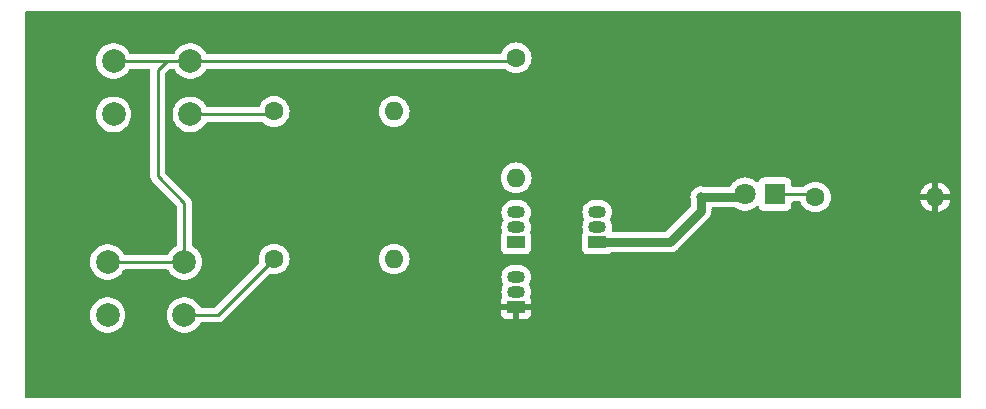
<source format=gtl>
G04 #@! TF.GenerationSoftware,KiCad,Pcbnew,7.0.8*
G04 #@! TF.CreationDate,2023-12-22T21:50:32-07:00*
G04 #@! TF.ProjectId,Sandbox,53616e64-626f-4782-9e6b-696361645f70,rev?*
G04 #@! TF.SameCoordinates,Original*
G04 #@! TF.FileFunction,Copper,L1,Top*
G04 #@! TF.FilePolarity,Positive*
%FSLAX46Y46*%
G04 Gerber Fmt 4.6, Leading zero omitted, Abs format (unit mm)*
G04 Created by KiCad (PCBNEW 7.0.8) date 2023-12-22 21:50:32*
%MOMM*%
%LPD*%
G01*
G04 APERTURE LIST*
G04 #@! TA.AperFunction,ComponentPad*
%ADD10R,1.500000X1.050000*%
G04 #@! TD*
G04 #@! TA.AperFunction,ComponentPad*
%ADD11O,1.500000X1.050000*%
G04 #@! TD*
G04 #@! TA.AperFunction,ComponentPad*
%ADD12C,2.000000*%
G04 #@! TD*
G04 #@! TA.AperFunction,ComponentPad*
%ADD13C,1.600000*%
G04 #@! TD*
G04 #@! TA.AperFunction,ComponentPad*
%ADD14O,1.600000X1.600000*%
G04 #@! TD*
G04 #@! TA.AperFunction,ComponentPad*
%ADD15R,1.800000X1.800000*%
G04 #@! TD*
G04 #@! TA.AperFunction,ComponentPad*
%ADD16C,1.800000*%
G04 #@! TD*
G04 #@! TA.AperFunction,ViaPad*
%ADD17C,0.800000*%
G04 #@! TD*
G04 #@! TA.AperFunction,Conductor*
%ADD18C,0.250000*%
G04 #@! TD*
G04 #@! TA.AperFunction,Conductor*
%ADD19C,0.750000*%
G04 #@! TD*
G04 APERTURE END LIST*
D10*
X700335000Y-449840000D03*
D11*
X700335000Y-448570000D03*
X700335000Y-447300000D03*
D12*
X666250000Y-434500000D03*
X672750000Y-434500000D03*
X666250000Y-439000000D03*
X672750000Y-439000000D03*
D13*
X700335000Y-434220000D03*
D14*
X700335000Y-444380000D03*
D12*
X665750000Y-451500000D03*
X672250000Y-451500000D03*
X665750000Y-456000000D03*
X672250000Y-456000000D03*
D13*
X679845001Y-451250000D03*
D14*
X690005001Y-451250000D03*
D13*
X725670000Y-446000000D03*
D14*
X735830000Y-446000000D03*
D13*
X679845001Y-438750001D03*
D14*
X690005001Y-438750001D03*
D10*
X700335000Y-455320000D03*
D11*
X700335000Y-454050000D03*
X700335000Y-452780000D03*
D15*
X722250000Y-445750000D03*
D16*
X719710000Y-445750000D03*
D10*
X707195000Y-449820000D03*
D11*
X707195000Y-448550000D03*
X707195000Y-447280000D03*
D17*
X716000000Y-446000000D03*
D18*
X672750000Y-434500000D02*
X700115000Y-434500000D01*
X665750000Y-451500000D02*
X672250000Y-451500000D01*
X672250000Y-446500000D02*
X670000000Y-444250000D01*
X666250000Y-434500000D02*
X672750000Y-434500000D01*
X700115000Y-434000000D02*
X700335000Y-434220000D01*
X670750000Y-434500000D02*
X672750000Y-434500000D01*
X670250000Y-444500000D02*
X670000000Y-444250000D01*
X672250000Y-451500000D02*
X672250000Y-446500000D01*
X670000000Y-444250000D02*
X670000000Y-435250000D01*
X670000000Y-435250000D02*
X670750000Y-434500000D01*
X725420000Y-445750000D02*
X725670000Y-446000000D01*
X722250000Y-445750000D02*
X725420000Y-445750000D01*
D19*
X719460000Y-446000000D02*
X719710000Y-445750000D01*
X713355000Y-449820000D02*
X707195000Y-449820000D01*
X716000000Y-447175000D02*
X713355000Y-449820000D01*
X716000000Y-446000000D02*
X716000000Y-447175000D01*
X716000000Y-446000000D02*
X719460000Y-446000000D01*
D18*
X679595000Y-438500000D02*
X679845001Y-438750001D01*
X672750000Y-439000000D02*
X679595000Y-439000000D01*
X675095001Y-456000000D02*
X679845001Y-451250000D01*
X672250000Y-456000000D02*
X675095001Y-456000000D01*
G04 #@! TA.AperFunction,Conductor*
G36*
X737942539Y-430270185D02*
G01*
X737988294Y-430322989D01*
X737999500Y-430374500D01*
X737999500Y-462875500D01*
X737979815Y-462942539D01*
X737927011Y-462988294D01*
X737875500Y-462999500D01*
X658874500Y-462999500D01*
X658807461Y-462979815D01*
X658761706Y-462927011D01*
X658750500Y-462875500D01*
X658750500Y-456000005D01*
X664244357Y-456000005D01*
X664264890Y-456247812D01*
X664264892Y-456247824D01*
X664325936Y-456488881D01*
X664425826Y-456716606D01*
X664561833Y-456924782D01*
X664561836Y-456924785D01*
X664730256Y-457107738D01*
X664926491Y-457260474D01*
X665145190Y-457378828D01*
X665380386Y-457459571D01*
X665625665Y-457500500D01*
X665874335Y-457500500D01*
X666119614Y-457459571D01*
X666354810Y-457378828D01*
X666573509Y-457260474D01*
X666769744Y-457107738D01*
X666938164Y-456924785D01*
X667074173Y-456716607D01*
X667174063Y-456488881D01*
X667235108Y-456247821D01*
X667238889Y-456202190D01*
X667255643Y-456000005D01*
X670744357Y-456000005D01*
X670764890Y-456247812D01*
X670764892Y-456247824D01*
X670825936Y-456488881D01*
X670925826Y-456716606D01*
X671061833Y-456924782D01*
X671061836Y-456924785D01*
X671230256Y-457107738D01*
X671426491Y-457260474D01*
X671645190Y-457378828D01*
X671880386Y-457459571D01*
X672125665Y-457500500D01*
X672374335Y-457500500D01*
X672619614Y-457459571D01*
X672854810Y-457378828D01*
X673073509Y-457260474D01*
X673269744Y-457107738D01*
X673438164Y-456924785D01*
X673574173Y-456716607D01*
X673574175Y-456716603D01*
X673581595Y-456699689D01*
X673626551Y-456646203D01*
X673693287Y-456625514D01*
X673695150Y-456625500D01*
X675012258Y-456625500D01*
X675027878Y-456627224D01*
X675027905Y-456626939D01*
X675035661Y-456627671D01*
X675035668Y-456627673D01*
X675104815Y-456625500D01*
X675134351Y-456625500D01*
X675141229Y-456624630D01*
X675147042Y-456624172D01*
X675193628Y-456622709D01*
X675212870Y-456617117D01*
X675231913Y-456613174D01*
X675251793Y-456610664D01*
X675295123Y-456593507D01*
X675300647Y-456591617D01*
X675304397Y-456590527D01*
X675345391Y-456578618D01*
X675362630Y-456568422D01*
X675380104Y-456559862D01*
X675398728Y-456552488D01*
X675398728Y-456552487D01*
X675398733Y-456552486D01*
X675436450Y-456525082D01*
X675441306Y-456521892D01*
X675481421Y-456498170D01*
X675495590Y-456483999D01*
X675510380Y-456471368D01*
X675526588Y-456459594D01*
X675556300Y-456423676D01*
X675560213Y-456419376D01*
X677929590Y-454050000D01*
X699079538Y-454050000D01*
X699099337Y-454251031D01*
X699158486Y-454446018D01*
X699159109Y-454515885D01*
X699144902Y-454544589D01*
X699145895Y-454545132D01*
X699141645Y-454552913D01*
X699091403Y-454687620D01*
X699091401Y-454687627D01*
X699085000Y-454747155D01*
X699085000Y-455070000D01*
X700000729Y-455070000D01*
X700006809Y-455070299D01*
X700042776Y-455073841D01*
X700051145Y-455074665D01*
X700016722Y-455112059D01*
X699966449Y-455226670D01*
X699956114Y-455351395D01*
X699986837Y-455472719D01*
X700050394Y-455570000D01*
X699085000Y-455570000D01*
X699085000Y-455892844D01*
X699091401Y-455952372D01*
X699091403Y-455952379D01*
X699141645Y-456087086D01*
X699141649Y-456087093D01*
X699227809Y-456202187D01*
X699227812Y-456202190D01*
X699342906Y-456288350D01*
X699342913Y-456288354D01*
X699477620Y-456338596D01*
X699477627Y-456338598D01*
X699537155Y-456344999D01*
X699537172Y-456345000D01*
X700085000Y-456345000D01*
X700085000Y-455600617D01*
X700154052Y-455654363D01*
X700272424Y-455695000D01*
X700366073Y-455695000D01*
X700458446Y-455679586D01*
X700568514Y-455620019D01*
X700585000Y-455602110D01*
X700585000Y-456345000D01*
X701132828Y-456345000D01*
X701132844Y-456344999D01*
X701192372Y-456338598D01*
X701192379Y-456338596D01*
X701327086Y-456288354D01*
X701327093Y-456288350D01*
X701442187Y-456202190D01*
X701442190Y-456202187D01*
X701528350Y-456087093D01*
X701528354Y-456087086D01*
X701578596Y-455952379D01*
X701578598Y-455952372D01*
X701584999Y-455892844D01*
X701585000Y-455892827D01*
X701585000Y-455570000D01*
X700614560Y-455570000D01*
X700653278Y-455527941D01*
X700703551Y-455413330D01*
X700713886Y-455288605D01*
X700683163Y-455167281D01*
X700622424Y-455074313D01*
X700627223Y-455073841D01*
X700663191Y-455070299D01*
X700669271Y-455070000D01*
X701585000Y-455070000D01*
X701585000Y-454747172D01*
X701584999Y-454747155D01*
X701578598Y-454687627D01*
X701578596Y-454687620D01*
X701528354Y-454552913D01*
X701524103Y-454545128D01*
X701526287Y-454543935D01*
X701506490Y-454490862D01*
X701511514Y-454446016D01*
X701512020Y-454444344D01*
X701512023Y-454444341D01*
X701570662Y-454251033D01*
X701590462Y-454050000D01*
X701570662Y-453848967D01*
X701512023Y-453655659D01*
X701416798Y-453477506D01*
X701416794Y-453477502D01*
X701414631Y-453473454D01*
X701400389Y-453405051D01*
X701414631Y-453356546D01*
X701416794Y-453352498D01*
X701416798Y-453352494D01*
X701512023Y-453174341D01*
X701570662Y-452981033D01*
X701590462Y-452780000D01*
X701570662Y-452578967D01*
X701512023Y-452385659D01*
X701512021Y-452385656D01*
X701512021Y-452385654D01*
X701416801Y-452207511D01*
X701416799Y-452207509D01*
X701416798Y-452207506D01*
X701319659Y-452089141D01*
X701288647Y-452051352D01*
X701132495Y-451923203D01*
X701132488Y-451923198D01*
X700954345Y-451827978D01*
X700761031Y-451769337D01*
X700650900Y-451758490D01*
X700610380Y-451754500D01*
X700059620Y-451754500D01*
X700022433Y-451758162D01*
X699908968Y-451769337D01*
X699715654Y-451827978D01*
X699537511Y-451923198D01*
X699537504Y-451923203D01*
X699381352Y-452051352D01*
X699253203Y-452207504D01*
X699253198Y-452207511D01*
X699157978Y-452385654D01*
X699099337Y-452578968D01*
X699079538Y-452780000D01*
X699099337Y-452981031D01*
X699157978Y-453174345D01*
X699255367Y-453356547D01*
X699269609Y-453424950D01*
X699255367Y-453473453D01*
X699157978Y-453655654D01*
X699099337Y-453848968D01*
X699079538Y-454050000D01*
X677929590Y-454050000D01*
X679430180Y-452549410D01*
X679491501Y-452515927D01*
X679549948Y-452517317D01*
X679618309Y-452535635D01*
X679775781Y-452549412D01*
X679844999Y-452555468D01*
X679845001Y-452555468D01*
X679845003Y-452555468D01*
X679914221Y-452549412D01*
X680071693Y-452535635D01*
X680291497Y-452476739D01*
X680497735Y-452380568D01*
X680684140Y-452250047D01*
X680845048Y-452089139D01*
X680975569Y-451902734D01*
X681071740Y-451696496D01*
X681130636Y-451476692D01*
X681150469Y-451250001D01*
X688699533Y-451250001D01*
X688719365Y-451476686D01*
X688719367Y-451476697D01*
X688778259Y-451696488D01*
X688778262Y-451696497D01*
X688874432Y-451902732D01*
X688874433Y-451902734D01*
X689004955Y-452089141D01*
X689165859Y-452250045D01*
X689165862Y-452250047D01*
X689352267Y-452380568D01*
X689558505Y-452476739D01*
X689778309Y-452535635D01*
X689935781Y-452549412D01*
X690004999Y-452555468D01*
X690005001Y-452555468D01*
X690005003Y-452555468D01*
X690074221Y-452549412D01*
X690231693Y-452535635D01*
X690451497Y-452476739D01*
X690657735Y-452380568D01*
X690844140Y-452250047D01*
X691005048Y-452089139D01*
X691135569Y-451902734D01*
X691231740Y-451696496D01*
X691290636Y-451476692D01*
X691310469Y-451250000D01*
X691290636Y-451023308D01*
X691231740Y-450803504D01*
X691135569Y-450597266D01*
X691005048Y-450410861D01*
X691005046Y-450410858D01*
X690844142Y-450249954D01*
X690657735Y-450119432D01*
X690657733Y-450119431D01*
X690451498Y-450023261D01*
X690451489Y-450023258D01*
X690231698Y-449964366D01*
X690231694Y-449964365D01*
X690231693Y-449964365D01*
X690231692Y-449964364D01*
X690231687Y-449964364D01*
X690005003Y-449944532D01*
X690004999Y-449944532D01*
X689778314Y-449964364D01*
X689778303Y-449964366D01*
X689558512Y-450023258D01*
X689558503Y-450023261D01*
X689352268Y-450119431D01*
X689352266Y-450119432D01*
X689165859Y-450249954D01*
X689004955Y-450410858D01*
X688874433Y-450597265D01*
X688874432Y-450597267D01*
X688778262Y-450803502D01*
X688778259Y-450803511D01*
X688719367Y-451023302D01*
X688719365Y-451023313D01*
X688699533Y-451249998D01*
X688699533Y-451250001D01*
X681150469Y-451250001D01*
X681150469Y-451250000D01*
X681130636Y-451023308D01*
X681071740Y-450803504D01*
X680975569Y-450597266D01*
X680845048Y-450410861D01*
X680845046Y-450410858D01*
X680684142Y-450249954D01*
X680497735Y-450119432D01*
X680497733Y-450119431D01*
X680291498Y-450023261D01*
X680291489Y-450023258D01*
X680071698Y-449964366D01*
X680071694Y-449964365D01*
X680071693Y-449964365D01*
X680071692Y-449964364D01*
X680071687Y-449964364D01*
X679845003Y-449944532D01*
X679844999Y-449944532D01*
X679618314Y-449964364D01*
X679618303Y-449964366D01*
X679398512Y-450023258D01*
X679398503Y-450023261D01*
X679192268Y-450119431D01*
X679192266Y-450119432D01*
X679005859Y-450249954D01*
X678844955Y-450410858D01*
X678714433Y-450597265D01*
X678714432Y-450597267D01*
X678618262Y-450803502D01*
X678618259Y-450803511D01*
X678559367Y-451023302D01*
X678559365Y-451023313D01*
X678539533Y-451249998D01*
X678539533Y-451250000D01*
X678559365Y-451476686D01*
X678559366Y-451476691D01*
X678559367Y-451476697D01*
X678577681Y-451545048D01*
X678576018Y-451614897D01*
X678545587Y-451664821D01*
X674872229Y-455338181D01*
X674810906Y-455371666D01*
X674784548Y-455374500D01*
X673695150Y-455374500D01*
X673628111Y-455354815D01*
X673582356Y-455302011D01*
X673581595Y-455300311D01*
X673574175Y-455283396D01*
X673438166Y-455075217D01*
X673416557Y-455051744D01*
X673269744Y-454892262D01*
X673073509Y-454739526D01*
X673073507Y-454739525D01*
X673073506Y-454739524D01*
X672854811Y-454621172D01*
X672854802Y-454621169D01*
X672619616Y-454540429D01*
X672374335Y-454499500D01*
X672125665Y-454499500D01*
X671880383Y-454540429D01*
X671645197Y-454621169D01*
X671645188Y-454621172D01*
X671426493Y-454739524D01*
X671230257Y-454892261D01*
X671061833Y-455075217D01*
X670925826Y-455283393D01*
X670825936Y-455511118D01*
X670764892Y-455752175D01*
X670764890Y-455752187D01*
X670744357Y-455999994D01*
X670744357Y-456000005D01*
X667255643Y-456000005D01*
X667255643Y-455999994D01*
X667235109Y-455752187D01*
X667235107Y-455752175D01*
X667174063Y-455511118D01*
X667074173Y-455283393D01*
X666938166Y-455075217D01*
X666916557Y-455051744D01*
X666769744Y-454892262D01*
X666573509Y-454739526D01*
X666573507Y-454739525D01*
X666573506Y-454739524D01*
X666354811Y-454621172D01*
X666354802Y-454621169D01*
X666119616Y-454540429D01*
X665874335Y-454499500D01*
X665625665Y-454499500D01*
X665380383Y-454540429D01*
X665145197Y-454621169D01*
X665145188Y-454621172D01*
X664926493Y-454739524D01*
X664730257Y-454892261D01*
X664561833Y-455075217D01*
X664425826Y-455283393D01*
X664325936Y-455511118D01*
X664264892Y-455752175D01*
X664264890Y-455752187D01*
X664244357Y-455999994D01*
X664244357Y-456000005D01*
X658750500Y-456000005D01*
X658750500Y-451500005D01*
X664244357Y-451500005D01*
X664264890Y-451747812D01*
X664264892Y-451747824D01*
X664325936Y-451988881D01*
X664425826Y-452216606D01*
X664561833Y-452424782D01*
X664561836Y-452424785D01*
X664730256Y-452607738D01*
X664926491Y-452760474D01*
X665145190Y-452878828D01*
X665380386Y-452959571D01*
X665625665Y-453000500D01*
X665874335Y-453000500D01*
X666119614Y-452959571D01*
X666354810Y-452878828D01*
X666573509Y-452760474D01*
X666769744Y-452607738D01*
X666938164Y-452424785D01*
X667074173Y-452216607D01*
X667074175Y-452216603D01*
X667081595Y-452199689D01*
X667126551Y-452146203D01*
X667193287Y-452125514D01*
X667195150Y-452125500D01*
X670804850Y-452125500D01*
X670871889Y-452145185D01*
X670917644Y-452197989D01*
X670918405Y-452199689D01*
X670925824Y-452216603D01*
X671061833Y-452424782D01*
X671061836Y-452424785D01*
X671230256Y-452607738D01*
X671426491Y-452760474D01*
X671645190Y-452878828D01*
X671880386Y-452959571D01*
X672125665Y-453000500D01*
X672374335Y-453000500D01*
X672619614Y-452959571D01*
X672854810Y-452878828D01*
X673073509Y-452760474D01*
X673269744Y-452607738D01*
X673438164Y-452424785D01*
X673574173Y-452216607D01*
X673674063Y-451988881D01*
X673735108Y-451747821D01*
X673741986Y-451664821D01*
X673755643Y-451500005D01*
X673755643Y-451499994D01*
X673735109Y-451252187D01*
X673735107Y-451252175D01*
X673674063Y-451011118D01*
X673574173Y-450783393D01*
X673438166Y-450575217D01*
X673388338Y-450521090D01*
X673269744Y-450392262D01*
X673073509Y-450239526D01*
X673073508Y-450239525D01*
X673073505Y-450239523D01*
X673073503Y-450239522D01*
X672940481Y-450167533D01*
X672890891Y-450118313D01*
X672875500Y-450058479D01*
X672875500Y-448570000D01*
X699079538Y-448570000D01*
X699099337Y-448771031D01*
X699103424Y-448784504D01*
X699151958Y-448944500D01*
X699158306Y-448965424D01*
X699158929Y-449035291D01*
X699144530Y-449064386D01*
X699145452Y-449064890D01*
X699141202Y-449072671D01*
X699090908Y-449207517D01*
X699086651Y-449247116D01*
X699084501Y-449267123D01*
X699084500Y-449267135D01*
X699084500Y-450412870D01*
X699084501Y-450412876D01*
X699090908Y-450472483D01*
X699141202Y-450607328D01*
X699141206Y-450607335D01*
X699227452Y-450722544D01*
X699227455Y-450722547D01*
X699342664Y-450808793D01*
X699342671Y-450808797D01*
X699477517Y-450859091D01*
X699477516Y-450859091D01*
X699484444Y-450859835D01*
X699537127Y-450865500D01*
X701132872Y-450865499D01*
X701192483Y-450859091D01*
X701327331Y-450808796D01*
X701442546Y-450722546D01*
X701528796Y-450607331D01*
X701579091Y-450472483D01*
X701585500Y-450412873D01*
X701585499Y-449267128D01*
X701579091Y-449207517D01*
X701571631Y-449187517D01*
X701528797Y-449072671D01*
X701524546Y-449064886D01*
X701526621Y-449063752D01*
X701506671Y-449010274D01*
X701511694Y-448965423D01*
X701512021Y-448964344D01*
X701512023Y-448964341D01*
X701570662Y-448771033D01*
X701590462Y-448570000D01*
X701588492Y-448550000D01*
X705939538Y-448550000D01*
X705959337Y-448751031D01*
X706018306Y-448945424D01*
X706018929Y-449015291D01*
X706004530Y-449044386D01*
X706005452Y-449044890D01*
X706001202Y-449052671D01*
X705950908Y-449187517D01*
X705944501Y-449247116D01*
X705944500Y-449247135D01*
X705944500Y-450392870D01*
X705944501Y-450392876D01*
X705950908Y-450452483D01*
X706001202Y-450587328D01*
X706001206Y-450587335D01*
X706087452Y-450702544D01*
X706087455Y-450702547D01*
X706202664Y-450788793D01*
X706202671Y-450788797D01*
X706337517Y-450839091D01*
X706337516Y-450839091D01*
X706344444Y-450839835D01*
X706397127Y-450845500D01*
X707992872Y-450845499D01*
X708052483Y-450839091D01*
X708187331Y-450788796D01*
X708245819Y-450745011D01*
X708278920Y-450720233D01*
X708344385Y-450695816D01*
X708353231Y-450695500D01*
X713316898Y-450695500D01*
X713321932Y-450695705D01*
X713378844Y-450700339D01*
X713378845Y-450700338D01*
X713378848Y-450700339D01*
X713461441Y-450689085D01*
X713544316Y-450680073D01*
X713544481Y-450680017D01*
X713567357Y-450674655D01*
X713567537Y-450674631D01*
X713645793Y-450645880D01*
X713724780Y-450619267D01*
X713724928Y-450619178D01*
X713746116Y-450609024D01*
X713746288Y-450608961D01*
X713816536Y-450564059D01*
X713887954Y-450521089D01*
X713888083Y-450520966D01*
X713906597Y-450506494D01*
X713906607Y-450506487D01*
X713906744Y-450506400D01*
X713936219Y-450476923D01*
X713965696Y-450447448D01*
X714002199Y-450412870D01*
X714026207Y-450390129D01*
X714026306Y-450389983D01*
X714041264Y-450371878D01*
X716592142Y-447821000D01*
X716595810Y-447817618D01*
X716639357Y-447780631D01*
X716689808Y-447714262D01*
X716742030Y-447649297D01*
X716742109Y-447649138D01*
X716754489Y-447629177D01*
X716754602Y-447629029D01*
X716789610Y-447553359D01*
X716826641Y-447478693D01*
X716826685Y-447478514D01*
X716834484Y-447456363D01*
X716834562Y-447456197D01*
X716852485Y-447374770D01*
X716872600Y-447293889D01*
X716872604Y-447293715D01*
X716875461Y-447270391D01*
X716875500Y-447270216D01*
X716875500Y-447186840D01*
X716877757Y-447103527D01*
X716877720Y-447103334D01*
X716875500Y-447079975D01*
X716875500Y-446999500D01*
X716895185Y-446932461D01*
X716947989Y-446886706D01*
X716999500Y-446875500D01*
X718833318Y-446875500D01*
X718900357Y-446895185D01*
X718909480Y-446901647D01*
X718941365Y-446926464D01*
X718941371Y-446926468D01*
X718941374Y-446926470D01*
X719145497Y-447036936D01*
X719259487Y-447076068D01*
X719365015Y-447112297D01*
X719365017Y-447112297D01*
X719365019Y-447112298D01*
X719593951Y-447150500D01*
X719593952Y-447150500D01*
X719826048Y-447150500D01*
X719826049Y-447150500D01*
X720054981Y-447112298D01*
X720274503Y-447036936D01*
X720478626Y-446926470D01*
X720661784Y-446783913D01*
X720670130Y-446774846D01*
X720730010Y-446738854D01*
X720799849Y-446740949D01*
X720857468Y-446780469D01*
X720877544Y-446815491D01*
X720906203Y-446892330D01*
X720906206Y-446892335D01*
X720992452Y-447007544D01*
X720992455Y-447007547D01*
X721107664Y-447093793D01*
X721107671Y-447093797D01*
X721242517Y-447144091D01*
X721242516Y-447144091D01*
X721249444Y-447144835D01*
X721302127Y-447150500D01*
X723197872Y-447150499D01*
X723257483Y-447144091D01*
X723392331Y-447093796D01*
X723507546Y-447007546D01*
X723593796Y-446892331D01*
X723644091Y-446757483D01*
X723650500Y-446697873D01*
X723650500Y-446499500D01*
X723670185Y-446432461D01*
X723722989Y-446386706D01*
X723774500Y-446375500D01*
X724331159Y-446375500D01*
X724398198Y-446395185D01*
X724443539Y-446447093D01*
X724492157Y-446551353D01*
X724539431Y-446652732D01*
X724539432Y-446652734D01*
X724669954Y-446839141D01*
X724830858Y-447000045D01*
X724830861Y-447000047D01*
X725017266Y-447130568D01*
X725223504Y-447226739D01*
X725443308Y-447285635D01*
X725605230Y-447299801D01*
X725669998Y-447305468D01*
X725670000Y-447305468D01*
X725670002Y-447305468D01*
X725732499Y-447300000D01*
X725896692Y-447285635D01*
X726116496Y-447226739D01*
X726322734Y-447130568D01*
X726509139Y-447000047D01*
X726670047Y-446839139D01*
X726800568Y-446652734D01*
X726896739Y-446446496D01*
X726955635Y-446226692D01*
X726975468Y-446000000D01*
X726955635Y-445773308D01*
X726949389Y-445749999D01*
X734551127Y-445749999D01*
X734551128Y-445750000D01*
X735514314Y-445750000D01*
X735502359Y-445761955D01*
X735444835Y-445874852D01*
X735425014Y-446000000D01*
X735444835Y-446125148D01*
X735502359Y-446238045D01*
X735514314Y-446250000D01*
X734551128Y-446250000D01*
X734603730Y-446446317D01*
X734603734Y-446446326D01*
X734699865Y-446652482D01*
X734830342Y-446838820D01*
X734991179Y-446999657D01*
X735177517Y-447130134D01*
X735383673Y-447226265D01*
X735383682Y-447226269D01*
X735579999Y-447278872D01*
X735580000Y-447278871D01*
X735580000Y-446315686D01*
X735591955Y-446327641D01*
X735704852Y-446385165D01*
X735798519Y-446400000D01*
X735861481Y-446400000D01*
X735955148Y-446385165D01*
X736068045Y-446327641D01*
X736080000Y-446315686D01*
X736080000Y-447278872D01*
X736276317Y-447226269D01*
X736276326Y-447226265D01*
X736482482Y-447130134D01*
X736668820Y-446999657D01*
X736829657Y-446838820D01*
X736960134Y-446652482D01*
X737056265Y-446446326D01*
X737056269Y-446446317D01*
X737108872Y-446250000D01*
X736145686Y-446250000D01*
X736157641Y-446238045D01*
X736215165Y-446125148D01*
X736234986Y-446000000D01*
X736215165Y-445874852D01*
X736157641Y-445761955D01*
X736145686Y-445750000D01*
X737108872Y-445750000D01*
X737108872Y-445749999D01*
X737056269Y-445553682D01*
X737056265Y-445553673D01*
X736960134Y-445347517D01*
X736829657Y-445161179D01*
X736668820Y-445000342D01*
X736482482Y-444869865D01*
X736276328Y-444773734D01*
X736080000Y-444721127D01*
X736080000Y-445684314D01*
X736068045Y-445672359D01*
X735955148Y-445614835D01*
X735861481Y-445600000D01*
X735798519Y-445600000D01*
X735704852Y-445614835D01*
X735591955Y-445672359D01*
X735580000Y-445684314D01*
X735580000Y-444721127D01*
X735383671Y-444773734D01*
X735177517Y-444869865D01*
X734991179Y-445000342D01*
X734830342Y-445161179D01*
X734699865Y-445347517D01*
X734603734Y-445553673D01*
X734603730Y-445553682D01*
X734551127Y-445749999D01*
X726949389Y-445749999D01*
X726896739Y-445553504D01*
X726800568Y-445347266D01*
X726670047Y-445160861D01*
X726670045Y-445160858D01*
X726509141Y-444999954D01*
X726322734Y-444869432D01*
X726322732Y-444869431D01*
X726116497Y-444773261D01*
X726116488Y-444773258D01*
X725896697Y-444714366D01*
X725896693Y-444714365D01*
X725896692Y-444714365D01*
X725896691Y-444714364D01*
X725896686Y-444714364D01*
X725670002Y-444694532D01*
X725669998Y-444694532D01*
X725443313Y-444714364D01*
X725443302Y-444714366D01*
X725223511Y-444773258D01*
X725223502Y-444773261D01*
X725017267Y-444869431D01*
X725017265Y-444869432D01*
X724830862Y-444999951D01*
X724798082Y-445032732D01*
X724742631Y-445088182D01*
X724681311Y-445121666D01*
X724654952Y-445124500D01*
X723774499Y-445124500D01*
X723707460Y-445104815D01*
X723661705Y-445052011D01*
X723650499Y-445000500D01*
X723650499Y-444802129D01*
X723650498Y-444802123D01*
X723647395Y-444773258D01*
X723644091Y-444742517D01*
X723634233Y-444716087D01*
X723593797Y-444607671D01*
X723593793Y-444607664D01*
X723507547Y-444492455D01*
X723507544Y-444492452D01*
X723392335Y-444406206D01*
X723392328Y-444406202D01*
X723257482Y-444355908D01*
X723257483Y-444355908D01*
X723197883Y-444349501D01*
X723197881Y-444349500D01*
X723197873Y-444349500D01*
X723197864Y-444349500D01*
X721302129Y-444349500D01*
X721302123Y-444349501D01*
X721242516Y-444355908D01*
X721107671Y-444406202D01*
X721107664Y-444406206D01*
X720992455Y-444492452D01*
X720992452Y-444492455D01*
X720906206Y-444607664D01*
X720906203Y-444607670D01*
X720877544Y-444684508D01*
X720835672Y-444740441D01*
X720770208Y-444764858D01*
X720701935Y-444750006D01*
X720670135Y-444725158D01*
X720661784Y-444716087D01*
X720661778Y-444716082D01*
X720661777Y-444716081D01*
X720478634Y-444573535D01*
X720478628Y-444573531D01*
X720274504Y-444463064D01*
X720274495Y-444463061D01*
X720054984Y-444387702D01*
X719864450Y-444355908D01*
X719826049Y-444349500D01*
X719593951Y-444349500D01*
X719555550Y-444355908D01*
X719365015Y-444387702D01*
X719145504Y-444463061D01*
X719145495Y-444463064D01*
X718941371Y-444573531D01*
X718941365Y-444573535D01*
X718758222Y-444716081D01*
X718758219Y-444716084D01*
X718758216Y-444716086D01*
X718758216Y-444716087D01*
X718713319Y-444764858D01*
X718601016Y-444886852D01*
X718482458Y-445068321D01*
X718429311Y-445113678D01*
X718378649Y-445124500D01*
X716225294Y-445124500D01*
X716199513Y-445121790D01*
X716198930Y-445121666D01*
X716094646Y-445099500D01*
X715905354Y-445099500D01*
X715880349Y-445104815D01*
X715720197Y-445138855D01*
X715720192Y-445138857D01*
X715547270Y-445215848D01*
X715547265Y-445215851D01*
X715394129Y-445327111D01*
X715267466Y-445467785D01*
X715172821Y-445631715D01*
X715172818Y-445631722D01*
X715126813Y-445773313D01*
X715114326Y-445811744D01*
X715094540Y-446000000D01*
X715114326Y-446188256D01*
X715114326Y-446188258D01*
X715114327Y-446188260D01*
X715118430Y-446200887D01*
X715124500Y-446239207D01*
X715124500Y-446760994D01*
X715104815Y-446828033D01*
X715088181Y-446848675D01*
X713028675Y-448908181D01*
X712967352Y-448941666D01*
X712940994Y-448944500D01*
X708539169Y-448944500D01*
X708472130Y-448924815D01*
X708426375Y-448872011D01*
X708416431Y-448802853D01*
X708420509Y-448784504D01*
X708430661Y-448751035D01*
X708430662Y-448751033D01*
X708450462Y-448550000D01*
X708430662Y-448348967D01*
X708372023Y-448155659D01*
X708276798Y-447977506D01*
X708276794Y-447977502D01*
X708274631Y-447973454D01*
X708260389Y-447905051D01*
X708274631Y-447856546D01*
X708276794Y-447852498D01*
X708276798Y-447852494D01*
X708372023Y-447674341D01*
X708430662Y-447481033D01*
X708450462Y-447280000D01*
X708430662Y-447078967D01*
X708372023Y-446885659D01*
X708372021Y-446885656D01*
X708372021Y-446885654D01*
X708276801Y-446707511D01*
X708276799Y-446707509D01*
X708276798Y-446707506D01*
X708199365Y-446613153D01*
X708148647Y-446551352D01*
X707992495Y-446423203D01*
X707992488Y-446423198D01*
X707814345Y-446327978D01*
X707621031Y-446269337D01*
X707510900Y-446258490D01*
X707470380Y-446254500D01*
X706919620Y-446254500D01*
X706882433Y-446258162D01*
X706768968Y-446269337D01*
X706575654Y-446327978D01*
X706397511Y-446423198D01*
X706397504Y-446423203D01*
X706241352Y-446551352D01*
X706113203Y-446707504D01*
X706113198Y-446707511D01*
X706017978Y-446885654D01*
X705959337Y-447078968D01*
X705939538Y-447280000D01*
X705959337Y-447481031D01*
X706017978Y-447674345D01*
X706115367Y-447856547D01*
X706129609Y-447924950D01*
X706115367Y-447973453D01*
X706017978Y-448155654D01*
X705959337Y-448348968D01*
X705939538Y-448550000D01*
X701588492Y-448550000D01*
X701570662Y-448368967D01*
X701512023Y-448175659D01*
X701416798Y-447997506D01*
X701416794Y-447997502D01*
X701414631Y-447993454D01*
X701400389Y-447925051D01*
X701414631Y-447876546D01*
X701416794Y-447872498D01*
X701416798Y-447872494D01*
X701512023Y-447694341D01*
X701570662Y-447501033D01*
X701590462Y-447300000D01*
X701570662Y-447098967D01*
X701512023Y-446905659D01*
X701512021Y-446905656D01*
X701512021Y-446905654D01*
X701416801Y-446727511D01*
X701416799Y-446727509D01*
X701416798Y-446727506D01*
X701377824Y-446680016D01*
X701288647Y-446571352D01*
X701153755Y-446460650D01*
X701132494Y-446443202D01*
X701132492Y-446443201D01*
X701132488Y-446443198D01*
X700954345Y-446347978D01*
X700761031Y-446289337D01*
X700650900Y-446278490D01*
X700610380Y-446274500D01*
X700059620Y-446274500D01*
X700022433Y-446278162D01*
X699908968Y-446289337D01*
X699715654Y-446347978D01*
X699537511Y-446443198D01*
X699537504Y-446443203D01*
X699381352Y-446571352D01*
X699253203Y-446727504D01*
X699253198Y-446727511D01*
X699157978Y-446905654D01*
X699099337Y-447098968D01*
X699079538Y-447300000D01*
X699099337Y-447501031D01*
X699157978Y-447694345D01*
X699255367Y-447876547D01*
X699269609Y-447944950D01*
X699255367Y-447993453D01*
X699157978Y-448175654D01*
X699099337Y-448368968D01*
X699079538Y-448570000D01*
X672875500Y-448570000D01*
X672875500Y-446582742D01*
X672877224Y-446567122D01*
X672876939Y-446567095D01*
X672877673Y-446559333D01*
X672875500Y-446490172D01*
X672875500Y-446460656D01*
X672875500Y-446460650D01*
X672874631Y-446453779D01*
X672874173Y-446447952D01*
X672874024Y-446443198D01*
X672872710Y-446401373D01*
X672867119Y-446382130D01*
X672863173Y-446363078D01*
X672860664Y-446343208D01*
X672843504Y-446299867D01*
X672841624Y-446294379D01*
X672828618Y-446249610D01*
X672822466Y-446239207D01*
X672818419Y-446232364D01*
X672809858Y-446214888D01*
X672802487Y-446196270D01*
X672802486Y-446196268D01*
X672775090Y-446158560D01*
X672771892Y-446153691D01*
X672748173Y-446113583D01*
X672748166Y-446113574D01*
X672734005Y-446099413D01*
X672721370Y-446084620D01*
X672709593Y-446068412D01*
X672673693Y-446038713D01*
X672669381Y-446034790D01*
X671014592Y-444380001D01*
X699029532Y-444380001D01*
X699049364Y-444606686D01*
X699049366Y-444606697D01*
X699108258Y-444826488D01*
X699108261Y-444826497D01*
X699204431Y-445032732D01*
X699204432Y-445032734D01*
X699334954Y-445219141D01*
X699495858Y-445380045D01*
X699495861Y-445380047D01*
X699682266Y-445510568D01*
X699888504Y-445606739D01*
X700108308Y-445665635D01*
X700270230Y-445679801D01*
X700334998Y-445685468D01*
X700335000Y-445685468D01*
X700335002Y-445685468D01*
X700391673Y-445680509D01*
X700561692Y-445665635D01*
X700781496Y-445606739D01*
X700987734Y-445510568D01*
X701174139Y-445380047D01*
X701335047Y-445219139D01*
X701465568Y-445032734D01*
X701561739Y-444826496D01*
X701620635Y-444606692D01*
X701640468Y-444380000D01*
X701620635Y-444153308D01*
X701561739Y-443933504D01*
X701465568Y-443727266D01*
X701335047Y-443540861D01*
X701335045Y-443540858D01*
X701174141Y-443379954D01*
X700987734Y-443249432D01*
X700987732Y-443249431D01*
X700781497Y-443153261D01*
X700781488Y-443153258D01*
X700561697Y-443094366D01*
X700561693Y-443094365D01*
X700561692Y-443094365D01*
X700561691Y-443094364D01*
X700561686Y-443094364D01*
X700335002Y-443074532D01*
X700334998Y-443074532D01*
X700108313Y-443094364D01*
X700108302Y-443094366D01*
X699888511Y-443153258D01*
X699888502Y-443153261D01*
X699682267Y-443249431D01*
X699682265Y-443249432D01*
X699495858Y-443379954D01*
X699334954Y-443540858D01*
X699204432Y-443727265D01*
X699204431Y-443727267D01*
X699108261Y-443933502D01*
X699108258Y-443933511D01*
X699049366Y-444153302D01*
X699049364Y-444153313D01*
X699029532Y-444379998D01*
X699029532Y-444380001D01*
X671014592Y-444380001D01*
X670661819Y-444027228D01*
X670628334Y-443965905D01*
X670625500Y-443939547D01*
X670625500Y-439000005D01*
X671244357Y-439000005D01*
X671264890Y-439247812D01*
X671264892Y-439247824D01*
X671325936Y-439488881D01*
X671425826Y-439716606D01*
X671561833Y-439924782D01*
X671561836Y-439924785D01*
X671730256Y-440107738D01*
X671926491Y-440260474D01*
X672145190Y-440378828D01*
X672380386Y-440459571D01*
X672625665Y-440500500D01*
X672874335Y-440500500D01*
X673119614Y-440459571D01*
X673354810Y-440378828D01*
X673573509Y-440260474D01*
X673769744Y-440107738D01*
X673938164Y-439924785D01*
X674074173Y-439716607D01*
X674074175Y-439716603D01*
X674081595Y-439699689D01*
X674126551Y-439646203D01*
X674193287Y-439625514D01*
X674195150Y-439625500D01*
X678829952Y-439625500D01*
X678896991Y-439645185D01*
X678917628Y-439661814D01*
X679005862Y-439750048D01*
X679192267Y-439880569D01*
X679398505Y-439976740D01*
X679618309Y-440035636D01*
X679780231Y-440049802D01*
X679844999Y-440055469D01*
X679845001Y-440055469D01*
X679845003Y-440055469D01*
X679901674Y-440050510D01*
X680071693Y-440035636D01*
X680291497Y-439976740D01*
X680497735Y-439880569D01*
X680684140Y-439750048D01*
X680845048Y-439589140D01*
X680975569Y-439402735D01*
X681071740Y-439196497D01*
X681130636Y-438976693D01*
X681150278Y-438752187D01*
X681150469Y-438750002D01*
X688699533Y-438750002D01*
X688719365Y-438976687D01*
X688719367Y-438976698D01*
X688778259Y-439196489D01*
X688778262Y-439196498D01*
X688874432Y-439402733D01*
X688874433Y-439402735D01*
X689004955Y-439589142D01*
X689165859Y-439750046D01*
X689165862Y-439750048D01*
X689352267Y-439880569D01*
X689558505Y-439976740D01*
X689778309Y-440035636D01*
X689940231Y-440049802D01*
X690004999Y-440055469D01*
X690005001Y-440055469D01*
X690005003Y-440055469D01*
X690061674Y-440050510D01*
X690231693Y-440035636D01*
X690451497Y-439976740D01*
X690657735Y-439880569D01*
X690844140Y-439750048D01*
X691005048Y-439589140D01*
X691135569Y-439402735D01*
X691231740Y-439196497D01*
X691290636Y-438976693D01*
X691310278Y-438752187D01*
X691310469Y-438750002D01*
X691310469Y-438749999D01*
X691290636Y-438523314D01*
X691290636Y-438523309D01*
X691231740Y-438303505D01*
X691135569Y-438097267D01*
X691005048Y-437910862D01*
X691005046Y-437910859D01*
X690844142Y-437749955D01*
X690657735Y-437619433D01*
X690657733Y-437619432D01*
X690451498Y-437523262D01*
X690451489Y-437523259D01*
X690231698Y-437464367D01*
X690231694Y-437464366D01*
X690231693Y-437464366D01*
X690231692Y-437464365D01*
X690231687Y-437464365D01*
X690005003Y-437444533D01*
X690004999Y-437444533D01*
X689778314Y-437464365D01*
X689778303Y-437464367D01*
X689558512Y-437523259D01*
X689558503Y-437523262D01*
X689352268Y-437619432D01*
X689352266Y-437619433D01*
X689165859Y-437749955D01*
X689004955Y-437910859D01*
X688874433Y-438097266D01*
X688874432Y-438097268D01*
X688778262Y-438303503D01*
X688778259Y-438303512D01*
X688719367Y-438523303D01*
X688719365Y-438523314D01*
X688699533Y-438749999D01*
X688699533Y-438750002D01*
X681150469Y-438750002D01*
X681150469Y-438749999D01*
X681130636Y-438523314D01*
X681130636Y-438523309D01*
X681071740Y-438303505D01*
X680975569Y-438097267D01*
X680845048Y-437910862D01*
X680845046Y-437910859D01*
X680684142Y-437749955D01*
X680497735Y-437619433D01*
X680497733Y-437619432D01*
X680291498Y-437523262D01*
X680291489Y-437523259D01*
X680071698Y-437464367D01*
X680071694Y-437464366D01*
X680071693Y-437464366D01*
X680071692Y-437464365D01*
X680071687Y-437464365D01*
X679845003Y-437444533D01*
X679844999Y-437444533D01*
X679618314Y-437464365D01*
X679618303Y-437464367D01*
X679398512Y-437523259D01*
X679398503Y-437523262D01*
X679192268Y-437619432D01*
X679192266Y-437619433D01*
X679005859Y-437749955D01*
X678844955Y-437910859D01*
X678714433Y-438097266D01*
X678714432Y-438097268D01*
X678645945Y-438244138D01*
X678619752Y-438300311D01*
X678618542Y-438302905D01*
X678572369Y-438355344D01*
X678506160Y-438374500D01*
X674195150Y-438374500D01*
X674128111Y-438354815D01*
X674082356Y-438302011D01*
X674081595Y-438300311D01*
X674074175Y-438283396D01*
X673938166Y-438075217D01*
X673786866Y-437910862D01*
X673769744Y-437892262D01*
X673573509Y-437739526D01*
X673573507Y-437739525D01*
X673573506Y-437739524D01*
X673354811Y-437621172D01*
X673354802Y-437621169D01*
X673119616Y-437540429D01*
X672874335Y-437499500D01*
X672625665Y-437499500D01*
X672380383Y-437540429D01*
X672145197Y-437621169D01*
X672145188Y-437621172D01*
X671926493Y-437739524D01*
X671730257Y-437892261D01*
X671561833Y-438075217D01*
X671425826Y-438283393D01*
X671325936Y-438511118D01*
X671264892Y-438752175D01*
X671264890Y-438752187D01*
X671244357Y-438999994D01*
X671244357Y-439000005D01*
X670625500Y-439000005D01*
X670625500Y-435560452D01*
X670645185Y-435493413D01*
X670661819Y-435472771D01*
X670972772Y-435161819D01*
X671034095Y-435128334D01*
X671060453Y-435125500D01*
X671304850Y-435125500D01*
X671371889Y-435145185D01*
X671417644Y-435197989D01*
X671418405Y-435199689D01*
X671425824Y-435216603D01*
X671561833Y-435424782D01*
X671561836Y-435424785D01*
X671730256Y-435607738D01*
X671926491Y-435760474D01*
X672145190Y-435878828D01*
X672380386Y-435959571D01*
X672625665Y-436000500D01*
X672874335Y-436000500D01*
X673119614Y-435959571D01*
X673354810Y-435878828D01*
X673573509Y-435760474D01*
X673769744Y-435607738D01*
X673938164Y-435424785D01*
X674074173Y-435216607D01*
X674074175Y-435216603D01*
X674081595Y-435199689D01*
X674126551Y-435146203D01*
X674193287Y-435125514D01*
X674195150Y-435125500D01*
X699349952Y-435125500D01*
X699416991Y-435145185D01*
X699437628Y-435161814D01*
X699473803Y-435197989D01*
X699495862Y-435220048D01*
X699580758Y-435279492D01*
X699682266Y-435350568D01*
X699888504Y-435446739D01*
X700108308Y-435505635D01*
X700270230Y-435519801D01*
X700334998Y-435525468D01*
X700335000Y-435525468D01*
X700335002Y-435525468D01*
X700391673Y-435520509D01*
X700561692Y-435505635D01*
X700781496Y-435446739D01*
X700987734Y-435350568D01*
X701174139Y-435220047D01*
X701335047Y-435059139D01*
X701465568Y-434872734D01*
X701561739Y-434666496D01*
X701620635Y-434446692D01*
X701640468Y-434220000D01*
X701620635Y-433993308D01*
X701561739Y-433773504D01*
X701465568Y-433567266D01*
X701335047Y-433380861D01*
X701335045Y-433380858D01*
X701174141Y-433219954D01*
X700987734Y-433089432D01*
X700987732Y-433089431D01*
X700781497Y-432993261D01*
X700781488Y-432993258D01*
X700561697Y-432934366D01*
X700561693Y-432934365D01*
X700561692Y-432934365D01*
X700561691Y-432934364D01*
X700561686Y-432934364D01*
X700335002Y-432914532D01*
X700334998Y-432914532D01*
X700108313Y-432934364D01*
X700108302Y-432934366D01*
X699888511Y-432993258D01*
X699888502Y-432993261D01*
X699682267Y-433089431D01*
X699682265Y-433089432D01*
X699495858Y-433219954D01*
X699334954Y-433380858D01*
X699204432Y-433567265D01*
X699204431Y-433567267D01*
X699108260Y-433773504D01*
X699105825Y-433782595D01*
X699069459Y-433842255D01*
X699006612Y-433872783D01*
X698986051Y-433874500D01*
X674195150Y-433874500D01*
X674128111Y-433854815D01*
X674082356Y-433802011D01*
X674081595Y-433800311D01*
X674074175Y-433783396D01*
X673938166Y-433575217D01*
X673916557Y-433551744D01*
X673769744Y-433392262D01*
X673573509Y-433239526D01*
X673573507Y-433239525D01*
X673573506Y-433239524D01*
X673354811Y-433121172D01*
X673354802Y-433121169D01*
X673119616Y-433040429D01*
X672874335Y-432999500D01*
X672625665Y-432999500D01*
X672380383Y-433040429D01*
X672145197Y-433121169D01*
X672145188Y-433121172D01*
X671926493Y-433239524D01*
X671730257Y-433392261D01*
X671561833Y-433575217D01*
X671425824Y-433783396D01*
X671418405Y-433800311D01*
X671373449Y-433853797D01*
X671306713Y-433874486D01*
X671304850Y-433874500D01*
X670832738Y-433874500D01*
X670817121Y-433872776D01*
X670817094Y-433873062D01*
X670809332Y-433872327D01*
X670740204Y-433874500D01*
X667695150Y-433874500D01*
X667628111Y-433854815D01*
X667582356Y-433802011D01*
X667581595Y-433800311D01*
X667574175Y-433783396D01*
X667438166Y-433575217D01*
X667416557Y-433551744D01*
X667269744Y-433392262D01*
X667073509Y-433239526D01*
X667073507Y-433239525D01*
X667073506Y-433239524D01*
X666854811Y-433121172D01*
X666854802Y-433121169D01*
X666619616Y-433040429D01*
X666374335Y-432999500D01*
X666125665Y-432999500D01*
X665880383Y-433040429D01*
X665645197Y-433121169D01*
X665645188Y-433121172D01*
X665426493Y-433239524D01*
X665230257Y-433392261D01*
X665061833Y-433575217D01*
X664925826Y-433783393D01*
X664825936Y-434011118D01*
X664764892Y-434252175D01*
X664764890Y-434252187D01*
X664744357Y-434499994D01*
X664744357Y-434500005D01*
X664764890Y-434747812D01*
X664764892Y-434747824D01*
X664825936Y-434988881D01*
X664925826Y-435216606D01*
X665061833Y-435424782D01*
X665061836Y-435424785D01*
X665230256Y-435607738D01*
X665426491Y-435760474D01*
X665645190Y-435878828D01*
X665880386Y-435959571D01*
X666125665Y-436000500D01*
X666374335Y-436000500D01*
X666619614Y-435959571D01*
X666854810Y-435878828D01*
X667073509Y-435760474D01*
X667269744Y-435607738D01*
X667438164Y-435424785D01*
X667574173Y-435216607D01*
X667574175Y-435216603D01*
X667581595Y-435199689D01*
X667626551Y-435146203D01*
X667693287Y-435125514D01*
X667695150Y-435125500D01*
X669247112Y-435125500D01*
X669314151Y-435145185D01*
X669359906Y-435197989D01*
X669370562Y-435237831D01*
X669374225Y-435276583D01*
X669374500Y-435282421D01*
X669374500Y-444167255D01*
X669372775Y-444182872D01*
X669373061Y-444182899D01*
X669372326Y-444190665D01*
X669374500Y-444259814D01*
X669374500Y-444289343D01*
X669374501Y-444289360D01*
X669375368Y-444296231D01*
X669375826Y-444302050D01*
X669377290Y-444348624D01*
X669377291Y-444348627D01*
X669382880Y-444367867D01*
X669386824Y-444386911D01*
X669389262Y-444406204D01*
X669389336Y-444406791D01*
X669406490Y-444450119D01*
X669408382Y-444455647D01*
X669421381Y-444500388D01*
X669431580Y-444517634D01*
X669440138Y-444535103D01*
X669447514Y-444553732D01*
X669474898Y-444591423D01*
X669478106Y-444596307D01*
X669501827Y-444636416D01*
X669501833Y-444636424D01*
X669515990Y-444650580D01*
X669528628Y-444665376D01*
X669540405Y-444681586D01*
X669540406Y-444681587D01*
X669576308Y-444711287D01*
X669580631Y-444715221D01*
X669837077Y-444971668D01*
X669837092Y-444971682D01*
X671588181Y-446722771D01*
X671621666Y-446784094D01*
X671624500Y-446810452D01*
X671624500Y-450058479D01*
X671604815Y-450125518D01*
X671559519Y-450167533D01*
X671426496Y-450239522D01*
X671426494Y-450239523D01*
X671232996Y-450390129D01*
X671230256Y-450392262D01*
X671229691Y-450392876D01*
X671061833Y-450575217D01*
X670925824Y-450783396D01*
X670918405Y-450800311D01*
X670873449Y-450853797D01*
X670806713Y-450874486D01*
X670804850Y-450874500D01*
X667195150Y-450874500D01*
X667128111Y-450854815D01*
X667082356Y-450802011D01*
X667081595Y-450800311D01*
X667074175Y-450783396D01*
X666938166Y-450575217D01*
X666888338Y-450521090D01*
X666769744Y-450392262D01*
X666573509Y-450239526D01*
X666573507Y-450239525D01*
X666573506Y-450239524D01*
X666354811Y-450121172D01*
X666354802Y-450121169D01*
X666119616Y-450040429D01*
X665874335Y-449999500D01*
X665625665Y-449999500D01*
X665380383Y-450040429D01*
X665145197Y-450121169D01*
X665145188Y-450121172D01*
X664926493Y-450239524D01*
X664732996Y-450390129D01*
X664730256Y-450392262D01*
X664729691Y-450392876D01*
X664561833Y-450575217D01*
X664425826Y-450783393D01*
X664325936Y-451011118D01*
X664264892Y-451252175D01*
X664264890Y-451252187D01*
X664244357Y-451499994D01*
X664244357Y-451500005D01*
X658750500Y-451500005D01*
X658750500Y-439000005D01*
X664744357Y-439000005D01*
X664764890Y-439247812D01*
X664764892Y-439247824D01*
X664825936Y-439488881D01*
X664925826Y-439716606D01*
X665061833Y-439924782D01*
X665061836Y-439924785D01*
X665230256Y-440107738D01*
X665426491Y-440260474D01*
X665645190Y-440378828D01*
X665880386Y-440459571D01*
X666125665Y-440500500D01*
X666374335Y-440500500D01*
X666619614Y-440459571D01*
X666854810Y-440378828D01*
X667073509Y-440260474D01*
X667269744Y-440107738D01*
X667438164Y-439924785D01*
X667574173Y-439716607D01*
X667674063Y-439488881D01*
X667735108Y-439247821D01*
X667739361Y-439196497D01*
X667755643Y-439000005D01*
X667755643Y-438999994D01*
X667735109Y-438752187D01*
X667735107Y-438752175D01*
X667674063Y-438511118D01*
X667574173Y-438283393D01*
X667438166Y-438075217D01*
X667286866Y-437910862D01*
X667269744Y-437892262D01*
X667073509Y-437739526D01*
X667073507Y-437739525D01*
X667073506Y-437739524D01*
X666854811Y-437621172D01*
X666854802Y-437621169D01*
X666619616Y-437540429D01*
X666374335Y-437499500D01*
X666125665Y-437499500D01*
X665880383Y-437540429D01*
X665645197Y-437621169D01*
X665645188Y-437621172D01*
X665426493Y-437739524D01*
X665230257Y-437892261D01*
X665061833Y-438075217D01*
X664925826Y-438283393D01*
X664825936Y-438511118D01*
X664764892Y-438752175D01*
X664764890Y-438752187D01*
X664744357Y-438999994D01*
X664744357Y-439000005D01*
X658750500Y-439000005D01*
X658750500Y-430374500D01*
X658770185Y-430307461D01*
X658822989Y-430261706D01*
X658874500Y-430250500D01*
X737875500Y-430250500D01*
X737942539Y-430270185D01*
G37*
G04 #@! TD.AperFunction*
M02*

</source>
